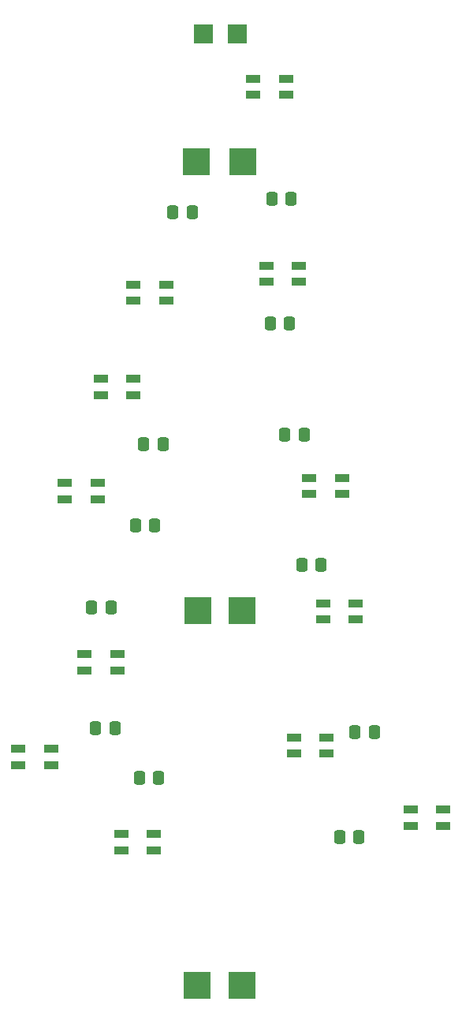
<source format=gbs>
G04 #@! TF.GenerationSoftware,KiCad,Pcbnew,8.0.5*
G04 #@! TF.CreationDate,2024-11-01T20:50:18+01:00*
G04 #@! TF.ProjectId,SL_Christmas_Tree_B,534c5f43-6872-4697-9374-6d61735f5472,2.0*
G04 #@! TF.SameCoordinates,Original*
G04 #@! TF.FileFunction,Soldermask,Bot*
G04 #@! TF.FilePolarity,Negative*
%FSLAX46Y46*%
G04 Gerber Fmt 4.6, Leading zero omitted, Abs format (unit mm)*
G04 Created by KiCad (PCBNEW 8.0.5) date 2024-11-01 20:50:18*
%MOMM*%
%LPD*%
G01*
G04 APERTURE LIST*
G04 Aperture macros list*
%AMRoundRect*
0 Rectangle with rounded corners*
0 $1 Rounding radius*
0 $2 $3 $4 $5 $6 $7 $8 $9 X,Y pos of 4 corners*
0 Add a 4 corners polygon primitive as box body*
4,1,4,$2,$3,$4,$5,$6,$7,$8,$9,$2,$3,0*
0 Add four circle primitives for the rounded corners*
1,1,$1+$1,$2,$3*
1,1,$1+$1,$4,$5*
1,1,$1+$1,$6,$7*
1,1,$1+$1,$8,$9*
0 Add four rect primitives between the rounded corners*
20,1,$1+$1,$2,$3,$4,$5,0*
20,1,$1+$1,$4,$5,$6,$7,0*
20,1,$1+$1,$6,$7,$8,$9,0*
20,1,$1+$1,$8,$9,$2,$3,0*%
G04 Aperture macros list end*
%ADD10RoundRect,0.250000X0.337500X0.475000X-0.337500X0.475000X-0.337500X-0.475000X0.337500X-0.475000X0*%
%ADD11R,3.000000X3.000000*%
%ADD12R,2.000000X2.000000*%
%ADD13R,1.600000X0.850000*%
%ADD14RoundRect,0.250000X-0.337500X-0.475000X0.337500X-0.475000X0.337500X0.475000X-0.337500X0.475000X0*%
G04 APERTURE END LIST*
D10*
X107325000Y-92800000D03*
X105250000Y-92800000D03*
D11*
X97450000Y-163850000D03*
X102300000Y-75450000D03*
D12*
X98050000Y-61675000D03*
D10*
X116450000Y-136600000D03*
X114375000Y-136600000D03*
D13*
X85342500Y-130000000D03*
X85342500Y-128250000D03*
X88842500Y-128250000D03*
X88842500Y-130000000D03*
D14*
X86087500Y-123300000D03*
X88162500Y-123300000D03*
D10*
X107500000Y-79375000D03*
X105425000Y-79375000D03*
D13*
X90575000Y-90350000D03*
X90575000Y-88600000D03*
X94075000Y-88600000D03*
X94075000Y-90350000D03*
X83225000Y-111625000D03*
X83225000Y-109875000D03*
X86725000Y-109875000D03*
X86725000Y-111625000D03*
D14*
X94787500Y-80850000D03*
X96862500Y-80850000D03*
D13*
X123864392Y-144952866D03*
X123864392Y-146702866D03*
X120364392Y-146702866D03*
X120364392Y-144952866D03*
D14*
X91225000Y-141525000D03*
X93300000Y-141525000D03*
D13*
X89255000Y-149350000D03*
X89255000Y-147600000D03*
X92755000Y-147600000D03*
X92755000Y-149350000D03*
D11*
X97475000Y-123625000D03*
D14*
X91687500Y-105775000D03*
X93762500Y-105775000D03*
D11*
X97350000Y-75450000D03*
D13*
X112975000Y-109350000D03*
X112975000Y-111100000D03*
X109475000Y-111100000D03*
X109475000Y-109350000D03*
X111325000Y-137200000D03*
X111325000Y-138950000D03*
X107825000Y-138950000D03*
X107825000Y-137200000D03*
X78225000Y-140175000D03*
X78225000Y-138425000D03*
X81725000Y-138425000D03*
X81725000Y-140175000D03*
D12*
X101725000Y-61675000D03*
D13*
X114425000Y-122800000D03*
X114425000Y-124550000D03*
X110925000Y-124550000D03*
X110925000Y-122800000D03*
D10*
X108925000Y-104725000D03*
X106850000Y-104725000D03*
D13*
X108344617Y-86587079D03*
X108344617Y-88337079D03*
X104844617Y-88337079D03*
X104844617Y-86587079D03*
D10*
X110725000Y-118675000D03*
X108650000Y-118675000D03*
D11*
X102275000Y-123625000D03*
D10*
X114787500Y-147925000D03*
X112712500Y-147925000D03*
D14*
X90775000Y-114425000D03*
X92850000Y-114425000D03*
D11*
X102275000Y-163850000D03*
D14*
X86512500Y-136250000D03*
X88587500Y-136250000D03*
D13*
X87050000Y-100475000D03*
X87050000Y-98725000D03*
X90550000Y-98725000D03*
X90550000Y-100475000D03*
X106950000Y-66500000D03*
X106950000Y-68250000D03*
X103450000Y-68250000D03*
X103450000Y-66500000D03*
M02*

</source>
